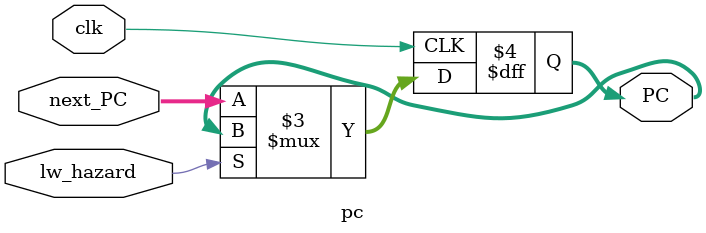
<source format=v>
module pc (clk,next_PC,lw_hazard,PC);
input wire clk;
input wire [0:31]next_PC;
input wire lw_hazard;
output reg [0:31]PC;

always@(posedge clk)
PC<=(lw_hazard==1)?PC:next_PC;

endmodule

</source>
